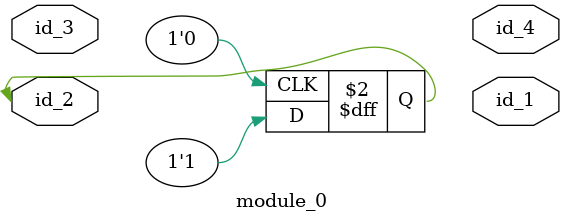
<source format=v>
`include ""
`define pp_4 0
`define pp_5 0
`define pp_6 0
`define pp_7 0
`timescale 1ps / 1ps
`define pp_8 0
`define pp_9 0
`define pp_10 0
module module_0 (
    id_1,
    id_2,
    id_3,
    id_4
);
  output id_4;
  inout id_3;
  inout id_2;
  output id_1;
  always @(posedge 1'b0) id_2 = 1;
endmodule

</source>
